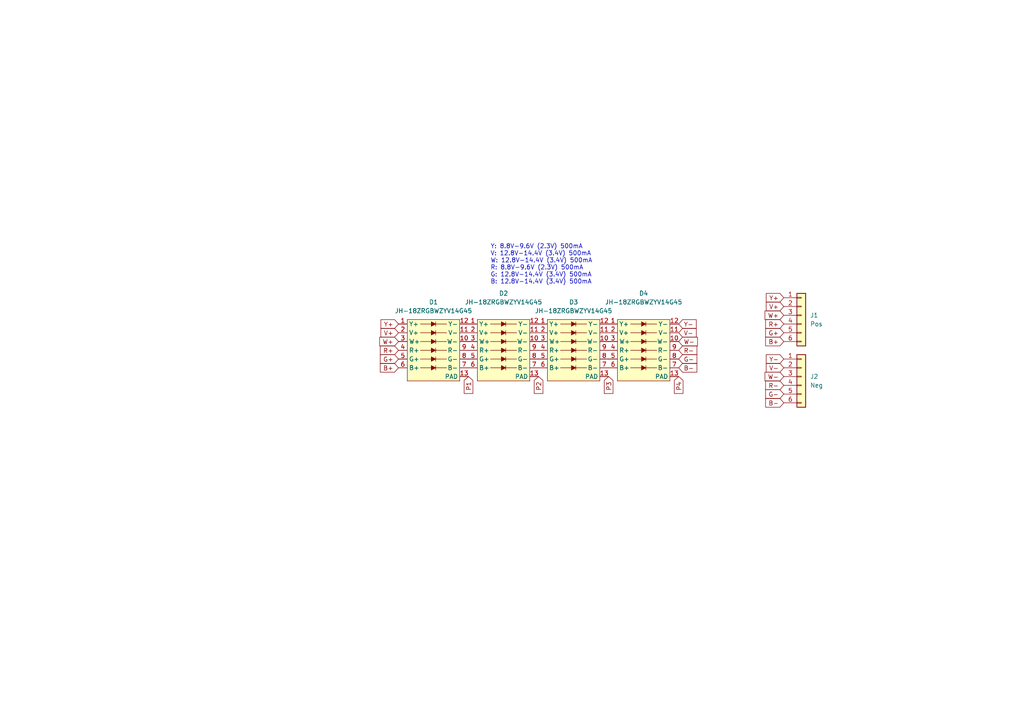
<source format=kicad_sch>
(kicad_sch (version 20211123) (generator eeschema)
  (paper "A4")
  (lib_symbols
    (symbol "Connector_Generic:Conn_01x06" (pin_names (offset 1.016) hide)
      (property "Reference" "J" (at 0 7.62 0))
      (property "Value" "Conn_01x06" (at 0 -10.16 0))
      (symbol "Conn_01x06_1_1"
        (rectangle (start -1.27 -7.493) (end 0 -7.747) (stroke (width 0.1524)))
        (rectangle (start -1.27 -4.953) (end 0 -5.207) (stroke (width 0.1524)))
        (rectangle (start -1.27 -2.413) (end 0 -2.667) (stroke (width 0.1524)))
        (rectangle (start -1.27 0.127) (end 0 -0.127) (stroke (width 0.1524)))
        (rectangle (start -1.27 2.667) (end 0 2.413) (stroke (width 0.1524)))
        (rectangle (start -1.27 5.207) (end 0 4.953) (stroke (width 0.1524)))
        (rectangle (start -1.27 6.35) (end 1.27 -8.89) (stroke (width 0.254)) (fill (type background)))
        (pin passive line (at -5.08 5.08 0) (length 3.81) (name "Pin_1") (number "1"))
        (pin passive line (at -5.08 2.54 0) (length 3.81) (name "Pin_2") (number "2"))
        (pin passive line (at -5.08 0 0) (length 3.81) (name "Pin_3") (number "3"))
        (pin passive line (at -5.08 -2.54 0) (length 3.81) (name "Pin_4") (number "4"))
        (pin passive line (at -5.08 -5.08 0) (length 3.81) (name "Pin_5") (number "5"))
        (pin passive line (at -5.08 -7.62 0) (length 3.81) (name "Pin_6") (number "6"))
      )
    )
    (symbol "otter:JH-18ZRGBWZYV14G45"
      (property "Reference" "D" (at 0 11.43 0))
      (property "Value" "JH-18ZRGBWZYV14G45" (at 0 8.89 0))
      (symbol "JH-18ZRGBWZYV14G45_0_1"
        (rectangle (start -7.62 7.62) (end 7.62 -10.16) (fill (type background)))
        (polyline (pts (xy -3.81 -6.35) (xy 3.81 -6.35)))
        (polyline (pts (xy -3.81 -3.81) (xy 3.81 -3.81)))
        (polyline (pts (xy -3.81 -1.27) (xy 3.81 -1.27)))
        (polyline (pts (xy -3.81 1.27) (xy 3.81 1.27)))
        (polyline (pts (xy -3.81 3.81) (xy 3.81 3.81)))
        (polyline (pts (xy -3.81 6.35) (xy 3.81 6.35)))
        (polyline (pts (xy -0.508 -6.858) (xy -0.508 -5.842)))
        (polyline (pts (xy -0.508 -4.318) (xy -0.508 -3.302)))
        (polyline (pts (xy -0.508 -1.778) (xy -0.508 -0.762)))
        (polyline (pts (xy -0.508 0.762) (xy -0.508 1.778)))
        (polyline (pts (xy -0.508 3.302) (xy -0.508 4.318)))
        (polyline (pts (xy -0.508 5.842) (xy -0.508 6.858)))
        (polyline (pts (xy -0.381 -5.969) (xy -0.381 -6.731)))
        (polyline (pts (xy -0.381 -3.429) (xy -0.381 -4.191)))
        (polyline (pts (xy -0.381 -0.889) (xy -0.381 -1.651)))
        (polyline (pts (xy -0.381 1.651) (xy -0.381 0.889)))
        (polyline (pts (xy -0.381 4.191) (xy -0.381 3.429)))
        (polyline (pts (xy -0.381 6.731) (xy -0.381 5.969)))
        (polyline (pts (xy -0.254 -6.731) (xy -0.254 -5.969)))
        (polyline (pts (xy -0.254 -6.731) (xy 0.381 -6.35)))
        (polyline (pts (xy -0.254 -5.969) (xy 0.381 -6.35)))
        (polyline (pts (xy -0.254 -4.191) (xy -0.254 -3.429)))
        (polyline (pts (xy -0.254 -4.191) (xy 0.381 -3.81)))
        (polyline (pts (xy -0.254 -3.429) (xy 0.381 -3.81)))
        (polyline (pts (xy -0.254 -1.651) (xy -0.254 -0.889)))
        (polyline (pts (xy -0.254 -1.651) (xy 0.381 -1.27)))
        (polyline (pts (xy -0.254 -0.889) (xy 0.381 -1.27)))
        (polyline (pts (xy -0.254 0.889) (xy -0.254 1.651)))
        (polyline (pts (xy -0.254 0.889) (xy 0.381 1.27)))
        (polyline (pts (xy -0.254 1.651) (xy 0.381 1.27)))
        (polyline (pts (xy -0.254 3.429) (xy -0.254 4.191)))
        (polyline (pts (xy -0.254 3.429) (xy 0.381 3.81)))
        (polyline (pts (xy -0.254 4.191) (xy 0.381 3.81)))
        (polyline (pts (xy -0.254 5.969) (xy -0.254 6.731)))
        (polyline (pts (xy -0.254 5.969) (xy 0.381 6.35)))
        (polyline (pts (xy -0.254 6.731) (xy 0.381 6.35)))
        (polyline (pts (xy 0 -6.604) (xy 0 -6.096)))
        (polyline (pts (xy 0 -4.064) (xy 0 -3.556)))
        (polyline (pts (xy 0 -1.524) (xy 0 -1.016)))
        (polyline (pts (xy 0 1.016) (xy 0 1.524)))
        (polyline (pts (xy 0 3.556) (xy 0 4.064)))
        (polyline (pts (xy 0 6.096) (xy 0 6.604)))
        (polyline (pts (xy 0.127 -6.477) (xy 0.127 -6.223)))
        (polyline (pts (xy 0.127 -3.937) (xy 0.127 -3.683)))
        (polyline (pts (xy 0.127 -1.397) (xy 0.127 -1.143)))
        (polyline (pts (xy 0.127 1.143) (xy 0.127 1.397)))
        (polyline (pts (xy 0.127 3.683) (xy 0.127 3.937)))
        (polyline (pts (xy 0.127 6.223) (xy 0.127 6.477)))
        (polyline (pts (xy 0.635 -5.715) (xy 0.635 -6.985)))
        (polyline (pts (xy 0.635 -3.175) (xy 0.635 -4.445)))
        (polyline (pts (xy 0.635 -0.635) (xy 0.635 -1.905)))
        (polyline (pts (xy 0.635 1.905) (xy 0.635 0.635)))
        (polyline (pts (xy 0.635 4.445) (xy 0.635 3.175)))
        (polyline (pts (xy 0.635 6.985) (xy 0.635 5.715)))
        (polyline (pts (xy -0.635 -6.985) (xy 0 -6.35) (xy -0.635 -5.715)))
        (polyline (pts (xy -0.635 -4.445) (xy 0 -3.81) (xy -0.635 -3.175)))
        (polyline (pts (xy -0.635 -1.905) (xy 0 -1.27) (xy -0.635 -0.635)))
        (polyline (pts (xy -0.635 0.635) (xy 0 1.27) (xy -0.635 1.905)))
        (polyline (pts (xy -0.635 3.175) (xy 0 3.81) (xy -0.635 4.445)))
        (polyline (pts (xy -0.635 5.715) (xy 0 6.35) (xy -0.635 6.985)))
        (polyline (pts (xy 0.635 -6.35) (xy -0.635 -5.715) (xy -0.635 -6.985) (xy 0.635 -6.35)))
        (polyline (pts (xy 0.635 -3.81) (xy -0.635 -3.175) (xy -0.635 -4.445) (xy 0.635 -3.81)))
        (polyline (pts (xy 0.635 -1.27) (xy -0.635 -0.635) (xy -0.635 -1.905) (xy 0.635 -1.27)))
        (polyline (pts (xy 0.635 1.27) (xy -0.635 1.905) (xy -0.635 0.635) (xy 0.635 1.27)))
        (polyline (pts (xy 0.635 3.81) (xy -0.635 4.445) (xy -0.635 3.175) (xy 0.635 3.81)))
        (polyline (pts (xy 0.635 6.35) (xy -0.635 6.985) (xy -0.635 5.715) (xy 0.635 6.35)))
      )
      (symbol "JH-18ZRGBWZYV14G45_1_1"
        (pin input line (at -10.16 6.35 0) (length 2.54) (name "Y+") (number "1"))
        (pin input line (at 10.16 1.27 180) (length 2.54) (name "W-") (number "10"))
        (pin input line (at 10.16 3.81 180) (length 2.54) (name "V-") (number "11"))
        (pin input line (at 10.16 6.35 180) (length 2.54) (name "Y-") (number "12"))
        (pin input line (at 10.16 -8.89 180) (length 2.54) (name "PAD") (number "13"))
        (pin input line (at -10.16 3.81 0) (length 2.54) (name "V+") (number "2"))
        (pin input line (at -10.16 1.27 0) (length 2.54) (name "W+") (number "3"))
        (pin input line (at -10.16 -1.27 0) (length 2.54) (name "R+") (number "4"))
        (pin input line (at -10.16 -3.81 0) (length 2.54) (name "G+") (number "5"))
        (pin input line (at -10.16 -6.35 0) (length 2.54) (name "B+") (number "6"))
        (pin input line (at 10.16 -6.35 180) (length 2.54) (name "B-") (number "7"))
        (pin input line (at 10.16 -3.81 180) (length 2.54) (name "G-") (number "8"))
        (pin input line (at 10.16 -1.27 180) (length 2.54) (name "R-") (number "9"))
      )
    )
  )
  (text "Y: 8.8V-9.6V (2.3V) 500mA\nV: 12.8V-14.4V (3.4V) 500mA\nW: 12.8V-14.4V (3.4V) 500mA\nR: 8.8V-9.6V (2.3V) 500mA\nG: 12.8V-14.4V (3.4V) 500mA\nB: 12.8V-14.4V (3.4V) 500mA\n" (at 142.24 82.55 0) (effects (font (size 1.27 1.27)) (justify left bottom)))
  (global_label "W-" (shape input) (at 227.33 109.22 180) (property "Intersheet References" "${INTERSHEET_REFS}" (effects hide)))
  (global_label "G-" (shape input) (at 227.33 114.3 180) (property "Intersheet References" "${INTERSHEET_REFS}" (effects hide)))
  (global_label "G+" (shape input) (at 115.57 104.14 180) (property "Intersheet References" "${INTERSHEET_REFS}" (effects hide)))
  (global_label "Y+" (shape input) (at 227.33 86.36 180) (property "Intersheet References" "${INTERSHEET_REFS}" (effects hide)))
  (global_label "Y-" (shape input) (at 227.33 104.14 180) (property "Intersheet References" "${INTERSHEET_REFS}" (effects hide)))
  (global_label "G+" (shape input) (at 227.33 96.52 180) (property "Intersheet References" "${INTERSHEET_REFS}" (effects hide)))
  (global_label "Y+" (shape input) (at 115.57 93.98 180) (property "Intersheet References" "${INTERSHEET_REFS}" (effects hide)))
  (global_label "R+" (shape input) (at 227.33 93.98 180) (property "Intersheet References" "${INTERSHEET_REFS}" (effects hide)))
  (global_label "W+" (shape input) (at 115.57 99.06 180) (property "Intersheet References" "${INTERSHEET_REFS}" (effects hide)))
  (global_label "Y-" (shape input) (at 196.85 93.98 0) (property "Intersheet References" "${INTERSHEET_REFS}" (effects hide)))
  (global_label "B-" (shape input) (at 196.85 106.68 0) (property "Intersheet References" "${INTERSHEET_REFS}" (effects hide)))
  (global_label "B+" (shape input) (at 115.57 106.68 180) (property "Intersheet References" "${INTERSHEET_REFS}" (effects hide)))
  (global_label "R+" (shape input) (at 115.57 101.6 180) (property "Intersheet References" "${INTERSHEET_REFS}" (effects hide)))
  (global_label "P4" (shape input) (at 196.85 109.22 270) (property "Intersheet References" "${INTERSHEET_REFS}" (effects hide)))
  (global_label "B+" (shape input) (at 227.33 99.06 180) (property "Intersheet References" "${INTERSHEET_REFS}" (effects hide)))
  (global_label "P1" (shape input) (at 135.89 109.22 270) (property "Intersheet References" "${INTERSHEET_REFS}" (effects hide)))
  (global_label "V-" (shape input) (at 227.33 106.68 180) (property "Intersheet References" "${INTERSHEET_REFS}" (effects hide)))
  (global_label "P3" (shape input) (at 176.53 109.22 270) (property "Intersheet References" "${INTERSHEET_REFS}" (effects hide)))
  (global_label "V+" (shape input) (at 115.57 96.52 180) (property "Intersheet References" "${INTERSHEET_REFS}" (effects hide)))
  (global_label "W-" (shape input) (at 196.85 99.06 0) (property "Intersheet References" "${INTERSHEET_REFS}" (effects hide)))
  (global_label "B-" (shape input) (at 227.33 116.84 180) (property "Intersheet References" "${INTERSHEET_REFS}" (effects hide)))
  (global_label "R-" (shape input) (at 196.85 101.6 0) (property "Intersheet References" "${INTERSHEET_REFS}" (effects hide)))
  (global_label "P2" (shape input) (at 156.21 109.22 270) (property "Intersheet References" "${INTERSHEET_REFS}" (effects hide)))
  (global_label "V-" (shape input) (at 196.85 96.52 0) (property "Intersheet References" "${INTERSHEET_REFS}" (effects hide)))
  (global_label "V+" (shape input) (at 227.33 88.9 180) (property "Intersheet References" "${INTERSHEET_REFS}" (effects hide)))
  (global_label "R-" (shape input) (at 227.33 111.76 180) (property "Intersheet References" "${INTERSHEET_REFS}" (effects hide)))
  (global_label "G-" (shape input) (at 196.85 104.14 0) (property "Intersheet References" "${INTERSHEET_REFS}" (effects hide)))
  (global_label "W+" (shape input) (at 227.33 91.44 180) (property "Intersheet References" "${INTERSHEET_REFS}" (effects hide)))
  (symbol (lib_id "otter:JH-18ZRGBWZYV14G45") (at 146.05 100.33 0) (unit 1)
    (property "Reference" "D2" (at 146.05 85.09 0))
    (property "Value" "JH-18ZRGBWZYV14G45" (at 146.05 87.63 0))
    (property "Footprint" "otter:JH-18ZRGBWZYV14G45" (effects hide))
  )
  (symbol (lib_id "otter:JH-18ZRGBWZYV14G45") (at 186.69 100.33 0) (unit 1)
    (property "Reference" "D4" (at 186.69 85.09 0))
    (property "Value" "JH-18ZRGBWZYV14G45" (at 186.69 87.63 0))
    (property "Footprint" "otter:JH-18ZRGBWZYV14G45" (effects hide))
  )
  (symbol (lib_id "otter:JH-18ZRGBWZYV14G45") (at 125.73 100.33 0) (unit 1)
    (property "Reference" "D1" (at 125.73 87.63 0))
    (property "Value" "JH-18ZRGBWZYV14G45" (at 125.73 90.17 0))
    (property "Footprint" "otter:JH-18ZRGBWZYV14G45" (effects hide))
  )
  (symbol (lib_id "Connector_Generic:Conn_01x06") (at 232.41 109.22 0) (unit 1)
    (property "Reference" "J2" (at 234.95 109.2199 0) (effects (justify left)))
    (property "Value" "Neg" (at 234.95 111.7599 0) (effects (justify left)))
    (property "Footprint" "otter:CONN_1x06_SMD_SIDE" (effects hide))
  )
  (symbol (lib_id "otter:JH-18ZRGBWZYV14G45") (at 166.37 100.33 0) (unit 1)
    (property "Reference" "D3" (at 166.37 87.63 0))
    (property "Value" "JH-18ZRGBWZYV14G45" (at 166.37 90.17 0))
    (property "Footprint" "otter:JH-18ZRGBWZYV14G45" (effects hide))
  )
  (symbol (lib_id "Connector_Generic:Conn_01x06") (at 232.41 91.44 0) (unit 1)
    (property "Reference" "J1" (at 234.95 91.4399 0) (effects (justify left)))
    (property "Value" "Pos" (at 234.95 93.9799 0) (effects (justify left)))
    (property "Footprint" "otter:CONN_1x06_SMD_SIDE" (effects hide))
  )
)
</source>
